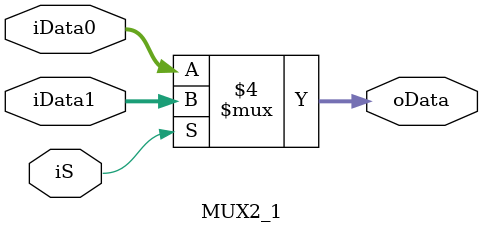
<source format=v>
`timescale 1ns / 1ps


module MUX2_1(
   input [31:0]iData0,
   input [31:0]iData1,
   input iS,
   output reg [31:0]oData
    );
  always @(*)
  begin
  if(iS==0)
    oData=iData0;
  else
    oData=iData1;
  end  
endmodule


</source>
